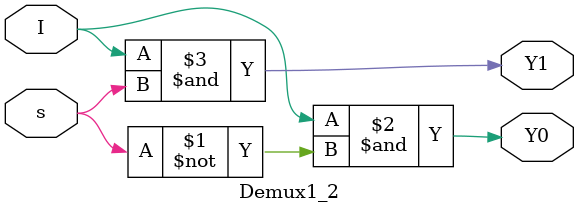
<source format=v>
module Demux1_2 (I,s,Y0,Y1);
input I, s;
output Y0, Y1;

assign Y0 = I&(~s);
assign Y1 = I&(s);

endmodule

</source>
